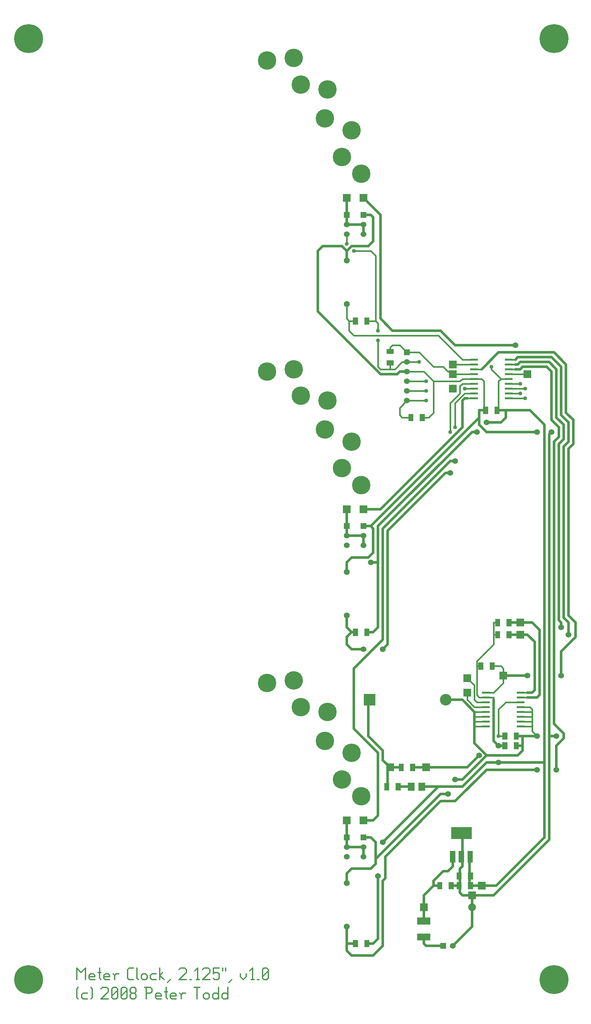
<source format=gbr>
G04 start of page 3 for group 1 idx 3
G04 Title: (unknown), component *
G04 Creator: pcb-bin 20060822 *
G04 CreationDate: Mon Jun 16 01:23:04 2008 UTC *
G04 For: pete *
G04 Format: Gerber/RS-274X *
G04 PCB-Dimensions: 645000 1075000 *
G04 PCB-Coordinate-Origin: lower left *
%MOIN*%
%FSLAX24Y24*%
%LNGROUP1*%
%ADD11C,0.0250*%
%ADD12C,0.0150*%
%ADD13C,0.0120*%
%ADD14R,0.0800X0.0800*%
%ADD15C,0.0600*%
%ADD16R,0.0600X0.0600*%
%ADD17C,0.1200*%
%ADD18R,0.1200X0.1200*%
%ADD19C,0.0620*%
%ADD20C,0.0800*%
%ADD21C,0.0400*%
%ADD22C,0.1915*%
%ADD23C,0.3000*%
%ADD24R,0.0512X0.0512*%
%ADD25R,0.0200X0.0200*%
%ADD26R,0.0560X0.0560*%
%ADD27R,0.1220X0.1220*%
%ADD28R,0.0709X0.0709*%
%ADD29R,0.0690X0.0690*%
%ADD30C,0.0420*%
%ADD31C,0.0300*%
%ADD32C,0.0350*%
%ADD33C,0.0200*%
%ADD34C,0.1875*%
%ADD35C,0.2188*%
G54D11*X53750Y29250D02*X54500D01*
G54D12*X53250Y34250D02*Y34000D01*
X53659Y40868D02*X53541Y40750D01*
X53250Y39749D02*Y42000D01*
X53541Y40750D02*X53250D01*
G54D11*Y29750D02*Y34000D01*
G54D12*X52750Y34250D02*X53250D01*
X52150D02*X51750D01*
X51500Y34499D01*
X51909Y37618D02*X51791Y37500D01*
X51500Y34499D02*Y38000D01*
X53250Y39749D01*
X51791Y37500D02*X51500D01*
G54D11*X58500Y27500D02*X52500D01*
X53500Y14750D02*X58500Y19750D01*
X50750Y14750D02*Y17750D01*
Y14750D02*X53500D01*
X53750Y29250D02*X53250Y29750D01*
X52500Y27500D02*X50000Y25000D01*
X45750D01*
X47500D02*X41750Y19250D01*
X40750Y8750D02*X41250Y9250D01*
X40208Y8750D02*X40750D01*
X41250Y9250D02*Y15750D01*
X40090Y8868D02*X40208Y8750D01*
X58500Y62500D02*X57000Y64000D01*
X54500Y63250D02*Y64000D01*
X54000Y62750D02*X54500Y63250D01*
X57000Y64000D02*X53500D01*
X58500Y19750D02*Y62500D01*
G54D12*X53250Y42000D02*X53750D01*
Y64277D02*Y67000D01*
X54000Y67250D02*X54750D01*
X53750Y67000D02*X54000Y67250D01*
X53000Y68500D02*Y68250D01*
X54000Y67250D01*
X43750Y69000D02*X45500D01*
X43000Y68250D02*X43750Y69000D01*
X41250Y68500D02*Y71250D01*
Y72250D02*Y73000D01*
X42500Y68500D02*Y68250D01*
Y68791D02*Y68500D01*
X42381Y68909D02*X42500Y68791D01*
X43000Y68250D02*X41500D01*
X41250Y68500D01*
X53590Y64118D02*X53750Y64277D01*
G54D11*X51000Y61750D02*X51500D01*
X52500Y62750D02*X54000D01*
X41250Y52000D02*X51000Y61750D01*
G54D12*X41250Y73000D02*X41000Y73250D01*
X40000D01*
G54D11*X41250Y41500D02*Y52000D01*
G54D12*X41000Y73250D02*Y80000D01*
X40500Y80500D01*
G54D11*X41250Y48250D02*X40500D01*
X40208Y41000D02*X40750D01*
X41250Y41500D01*
X40090Y41118D02*X40208Y41000D01*
G54D12*X40500Y80500D02*X38750D01*
X38000Y81250D02*Y82250D01*
G54D11*X59000Y19500D02*Y61500D01*
X59250Y61750D01*
X59000Y30250D02*X59750D01*
G54D12*X56350Y31250D02*X57250D01*
X56350Y31750D02*X57250D01*
Y33000D02*X57000Y33250D01*
X56350Y32250D02*X57250D01*
X56350Y32750D02*X57250D01*
Y30750D02*Y33000D01*
X57000Y33250D02*X56250D01*
X57750Y30250D02*X57250Y30750D01*
G54D11*X56250Y30250D02*Y28750D01*
X55750Y28250D01*
X55708Y29250D02*X56250D01*
X55708Y30250D02*X57750D01*
X55750Y28250D02*X52500D01*
X53250Y13750D02*X59000Y19500D01*
X53250Y13750D02*X50000D01*
G54D12*X52150Y31250D02*X51250D01*
X52150Y31750D02*X51250D01*
G54D11*Y29500D02*Y32750D01*
X52500Y28250D02*X51250Y29500D01*
G54D12*X52150Y32250D02*X51250D01*
X52750Y32750D02*X51250D01*
G54D11*X50000Y34000D02*X51250Y32750D01*
G54D12*X50000Y34000D02*X48250D01*
G54D11*X48261D02*X50000D01*
X52500Y28250D02*X50000Y25750D01*
X49500D01*
X47750Y24250D02*X48500D01*
X51000Y10500D02*Y13750D01*
X49000Y8500D02*X51000Y10500D01*
X49750Y14000D02*Y16500D01*
X50000Y13750D02*X49750Y14000D01*
Y16500D02*X50000Y16750D01*
Y19750D01*
X48958Y14750D02*X49500D01*
X48840Y14868D02*X48958Y14750D01*
X40090Y8868D02*X40208Y8750D01*
X41000Y19250D02*Y17000D01*
X40500Y19750D02*X41000Y19250D01*
X47750Y24250D02*X41000Y17500D01*
X39750Y19750D02*X40500D01*
Y16500D02*X38500D01*
X38000Y16000D02*Y15000D01*
X40500Y16500D02*X41000Y17000D01*
X38500Y16500D02*X38000Y16000D01*
X57750Y61750D02*X52500D01*
G54D12*X52409Y64118D02*X52250Y64277D01*
G54D11*X51750Y62500D02*Y64000D01*
G54D12*X52250Y64277D02*Y67000D01*
G54D11*X51750Y64000D02*X52250D01*
G54D12*Y67000D02*X52000Y67250D01*
X51250D01*
X50900D02*X50000D01*
X49750Y67000D01*
X47000D01*
G54D11*X40750Y51750D02*Y49250D01*
X40500Y52000D02*X40750Y51750D01*
Y49250D02*X40250Y48750D01*
X39750Y52000D02*X40500D01*
X40250Y48750D02*X38500D01*
X38000Y48250D02*Y47250D01*
X38500Y48750D02*X38000Y48250D01*
G54D12*X47000Y63750D02*Y67000D01*
X46500Y63250D02*X47000Y63750D01*
Y67000D02*X46000Y68000D01*
X44250D01*
G54D11*X43500D01*
X52500Y61750D02*X51750Y62500D01*
G54D12*X45958Y63250D02*X46500D01*
G54D11*X40500Y52000D02*X51750Y63250D01*
X40750Y84000D02*Y81500D01*
X40500Y84250D02*X40750Y84000D01*
Y81500D02*X40250Y81000D01*
X39750Y84250D02*X40500D01*
X40250Y81000D02*X38500D01*
X38000Y80500D01*
Y79500D01*
X37500Y81000D02*X38000Y80500D01*
X35000Y74250D02*Y80500D01*
X35500Y81000D02*X37500D01*
X35000Y80500D02*X35500Y81000D01*
X43500Y68000D02*X43250Y67750D01*
X41500D01*
X35000Y74250D01*
G54D12*X54409Y30368D02*X54291Y30250D01*
X53750D01*
G54D11*X52500Y26750D02*X57750D01*
G54D12*X51250Y35500D02*X50500Y36250D01*
G54D11*Y27000D02*X51750Y28250D01*
X49250Y23500D02*X52500Y26750D01*
X47750Y23500D02*X49250D01*
X43458Y25000D02*X44750D01*
X43340Y25118D02*X43458Y25000D01*
X44840Y27118D02*X44958Y27000D01*
X50500D01*
X42500D02*X43750D01*
X42500D02*X42250Y26750D01*
Y25000D01*
X42000Y15500D02*Y17750D01*
X41250Y22000D02*Y28500D01*
X42500Y27000D02*X41750Y27750D01*
Y28750D01*
X40250Y30250D02*Y34000D01*
X41750Y28750D02*X40250Y30250D01*
X41250Y28500D02*X38750Y31000D01*
X56750Y34250D02*X57750D01*
X56750Y34750D02*X57250D01*
G54D12*X56350Y34250D02*X56750D01*
G54D11*X57250Y34750D02*X57500Y35000D01*
G54D12*X56350Y34750D02*X56750D01*
X53750Y30250D02*Y33000D01*
X55750Y33750D02*X54500D01*
X53750Y33000D01*
X51250Y34000D02*Y35500D01*
X53250Y34750D02*X54250Y35750D01*
X52750Y34750D02*X53250D01*
X52150Y33750D02*X51500D01*
X51250Y34000D01*
X52150Y33250D02*X51250D01*
X50500Y34000D02*Y34750D01*
X51250Y33250D02*X50500Y34000D01*
G54D11*X47000Y14750D02*Y15250D01*
X46000Y11411D02*Y13750D01*
X47000Y14750D02*X47500D01*
X46000Y13750D02*X47000Y14750D01*
X48000Y8500D02*X46250D01*
X46000Y8750D02*Y9250D01*
X46250Y8500D02*X46000Y8750D01*
X45665Y11076D02*X46000Y11411D01*
X41750Y8500D02*Y15250D01*
X40750Y7500D02*X41750Y8500D01*
X38500Y7500D02*X40750D01*
X38000Y10500D02*Y8000D01*
X38500Y7500D01*
X39000Y8750D02*X38000D01*
X49000Y16750D02*Y17500D01*
X48500Y16250D02*X49000Y16750D01*
X47000Y15250D02*X48000Y16250D01*
X42000Y17750D02*X47750Y23500D01*
X41750Y15250D02*X42000Y15500D01*
X48000Y16250D02*X48500D01*
X39750Y17750D02*Y18750D01*
Y21500D02*X40750D01*
X38000Y18750D02*Y21500D01*
X40750D02*X41250Y22000D01*
X39750Y18750D02*X38000D01*
X61000Y62750D02*Y60750D01*
X61500Y60500D02*Y63000D01*
X60500Y62500D02*Y61000D01*
X61500Y63000D02*X60750Y63750D01*
X61000Y60750D02*X60500Y60250D01*
X59750Y68250D02*Y63250D01*
X60250Y63500D02*X61000Y62750D01*
X59750Y63250D02*X60500Y62500D01*
X59500Y60750D02*X60000Y61250D01*
X60750Y63750D02*Y68750D01*
X60250Y68500D02*Y63500D01*
X60750Y68750D02*X59500Y70000D01*
X60000Y61250D02*Y62250D01*
X59250Y63000D02*Y68000D01*
X60000Y62250D02*X59250Y63000D01*
X59000Y69000D02*X59750Y68250D01*
X59250Y68000D02*X58750Y68500D01*
G54D12*X56000Y69000D02*X56250D01*
G54D11*Y68500D02*X56000Y68250D01*
G54D12*X55750Y69500D02*X56250D01*
G54D11*X55750Y68750D02*X55500D01*
X56000Y68250D02*X55500D01*
X55750Y69500D02*X55500Y69250D01*
G54D12*X55100D02*X55500D01*
X55100Y68750D02*X55750D01*
X55100Y68250D02*X55750D01*
X55100Y65750D02*X56000D01*
X55100Y65250D02*X56500D01*
X55100Y66750D02*X56000D01*
X55100Y66250D02*X56500D01*
G54D11*X58750Y68500D02*X56250D01*
X59250Y69500D02*X60250Y68500D01*
X59000Y69000D02*X56000D01*
X59250Y69500D02*X55750D01*
X59500Y70000D02*X53750D01*
X55750Y68750D02*X56000Y69000D01*
X53750Y70000D02*X52000Y68250D01*
G54D12*X51500D02*X52000D01*
G54D11*X55500Y70750D02*X49250D01*
G54D12*X54500Y67750D02*X56750D01*
X49000D02*X51000D01*
X50900Y66250D02*X50250D01*
X50900Y66750D02*X50000D01*
X49750Y66500D02*Y65750D01*
X50000Y66750D02*X49750Y66500D01*
G54D11*X50000Y62250D02*Y65000D01*
G54D12*X49250Y64750D02*Y62250D01*
X48750Y64750D02*Y61750D01*
X50500Y65250D02*X51000D01*
X50900Y65750D02*X50250D01*
G54D11*Y65250D02*X50500D01*
X50000Y65000D02*X50250Y65250D01*
G54D12*Y65750D02*X49250Y64750D01*
X49750Y65750D02*X48750Y64750D01*
X50900Y69250D02*X50000D01*
X49000Y68750D02*X51250D01*
X49000Y67750D02*X48750Y68000D01*
X48500D01*
X48000Y68500D01*
X50000Y69250D02*X47500Y71750D01*
X48000Y68500D02*X47000D01*
X46250Y67000D02*X44250D01*
Y66000D02*X46250D01*
X47000Y68500D02*X45500Y70000D01*
X44250D01*
G54D11*X49250Y70750D02*X47750Y72250D01*
G54D12*X43500Y64250D02*Y63500D01*
X43750Y63250D02*X44750D01*
X43500Y63500D02*X43750Y63250D01*
X46250Y65000D02*X44250D01*
X43500Y64250D01*
X42381Y68909D02*X42500Y68791D01*
G54D11*X41500Y84250D02*Y73500D01*
G54D12*X44250Y70000D02*X43500Y70750D01*
X42750D01*
X42500Y70500D02*Y70000D01*
X42750Y70750D02*X42500Y70500D01*
G54D11*X47750Y72250D02*X42750D01*
G54D12*X47500Y71750D02*X38750D01*
G54D11*X38909Y73368D02*X38791Y73250D01*
G54D12*X38250Y72250D02*Y73250D01*
X38750Y71750D02*X38250Y72250D01*
Y73250D02*X38791D01*
X38000Y73500D02*Y75000D01*
G54D11*X41500Y73500D02*X42750Y72250D01*
G54D12*X38250Y73250D02*X38000Y73500D01*
G54D11*X39750Y82250D02*Y83250D01*
X38000D02*Y86000D01*
X39750D02*X41500Y84250D01*
X39750Y83250D02*X38000D01*
X60250Y37500D02*Y39000D01*
X61750Y40500D01*
X61000Y40750D02*Y42000D01*
X60500Y42500D01*
X61750Y40500D02*Y42000D01*
X61000Y42750D01*
X60250Y42000D02*Y41500D01*
X60000Y42250D02*X60250Y42000D01*
X61000Y42750D02*Y60000D01*
X61500Y60500D01*
X60500Y60250D02*Y42500D01*
X60250Y36500D02*Y37000D01*
Y37500D01*
X60500Y61000D02*X60000Y60500D01*
Y42250D01*
X59500Y31500D02*Y60750D01*
X60500Y30000D02*Y30500D01*
X59750Y26750D02*Y27500D01*
Y28000D01*
Y29250D01*
X60500Y30000D01*
Y30500D02*X59500Y31500D01*
X57750Y34250D02*X58000Y34500D01*
Y41250D02*X57250Y42000D01*
X57500Y40000D02*X56750Y40750D01*
X54750D01*
X57250Y42000D02*X54750D01*
X58000Y34500D02*Y41250D01*
X57500Y35000D02*Y40000D01*
G54D12*X54250Y35750D02*Y37250D01*
G54D11*Y36500D02*X56750D01*
G54D12*X54250Y37250D02*X54000Y37500D01*
X53000D01*
G54D11*X38750Y31000D02*Y37250D01*
X41750Y40250D01*
Y51750D01*
X42250Y39750D02*Y51500D01*
X41750Y39250D02*X42250Y39750D01*
X38500Y39250D02*X39750D01*
X38000Y40500D02*Y39750D01*
X38500Y39250D01*
X38909Y41118D02*X38791Y41000D01*
X38500D01*
X38000Y41500D02*Y42750D01*
X38500Y41000D02*X38000Y40500D01*
X38500Y41000D02*X38000Y41500D01*
X42250Y51500D02*X48250Y57500D01*
X48750D01*
Y58750D02*X49250D01*
X41750Y51750D02*X48750Y58750D01*
X39750Y53750D02*X41500D01*
X50000Y62250D01*
X39750Y50000D02*Y51000D01*
X38000D02*Y54000D01*
X39750Y51000D02*X38000D01*
G54D13*X10000Y3150D02*X10150Y3000D01*
X10000Y4050D02*X10150Y4200D01*
X10000Y4050D02*Y3150D01*
X10660Y3600D02*X11110D01*
X10510Y3450D02*X10660Y3600D01*
X10510Y3450D02*Y3150D01*
X10660Y3000D01*
X11110D01*
X11470Y4200D02*X11620Y4050D01*
Y3150D01*
X11470Y3000D02*X11620Y3150D01*
X12520Y4050D02*X12670Y4200D01*
X13120D01*
X13270Y4050D01*
Y3750D01*
X12520Y3000D02*X13270Y3750D01*
X12520Y3000D02*X13270D01*
X13631Y3150D02*X13781Y3000D01*
X13631Y4050D02*Y3150D01*
Y4050D02*X13781Y4200D01*
X14081D01*
X14231Y4050D01*
Y3150D01*
X14081Y3000D02*X14231Y3150D01*
X13781Y3000D02*X14081D01*
X13631Y3300D02*X14231Y3900D01*
X14591Y3150D02*X14741Y3000D01*
X14591Y4050D02*Y3150D01*
Y4050D02*X14741Y4200D01*
X15041D01*
X15191Y4050D01*
Y3150D01*
X15041Y3000D02*X15191Y3150D01*
X14741Y3000D02*X15041D01*
X14591Y3300D02*X15191Y3900D01*
X15551Y3150D02*X15701Y3000D01*
X15551Y3450D02*Y3150D01*
Y3450D02*X15701Y3600D01*
X16001D01*
X16151Y3450D01*
Y3150D01*
X16001Y3000D02*X16151Y3150D01*
X15701Y3000D02*X16001D01*
X15551Y3750D02*X15701Y3600D01*
X15551Y4050D02*Y3750D01*
Y4050D02*X15701Y4200D01*
X16001D01*
X16151Y4050D01*
Y3750D01*
X16001Y3600D02*X16151Y3750D01*
X17202Y4200D02*Y3000D01*
X17052Y4200D02*X17652D01*
X17802Y4050D01*
Y3750D01*
X17652Y3600D02*X17802Y3750D01*
X17202Y3600D02*X17652D01*
X18312Y3000D02*X18762D01*
X18162Y3150D02*X18312Y3000D01*
X18162Y3450D02*Y3150D01*
Y3450D02*X18312Y3600D01*
X18612D01*
X18762Y3450D01*
X18162Y3300D02*X18762D01*
Y3450D02*Y3300D01*
X19272Y4200D02*Y3150D01*
X19422Y3000D01*
X19122Y3750D02*X19422D01*
X19873Y3000D02*X20323D01*
X19723Y3150D02*X19873Y3000D01*
X19723Y3450D02*Y3150D01*
Y3450D02*X19873Y3600D01*
X20173D01*
X20323Y3450D01*
X19723Y3300D02*X20323D01*
Y3450D02*Y3300D01*
X20833Y3450D02*Y3000D01*
Y3450D02*X20983Y3600D01*
X21283D01*
X20683D02*X20833Y3450D01*
X22183Y4200D02*X22783D01*
X22483D02*Y3000D01*
X23143Y3450D02*Y3150D01*
Y3450D02*X23293Y3600D01*
X23593D01*
X23743Y3450D01*
Y3150D01*
X23593Y3000D02*X23743Y3150D01*
X23293Y3000D02*X23593D01*
X23143Y3150D02*X23293Y3000D01*
X24704Y4200D02*Y3000D01*
X24554D02*X24704Y3150D01*
X24254Y3000D02*X24554D01*
X24104Y3150D02*X24254Y3000D01*
X24104Y3450D02*Y3150D01*
Y3450D02*X24254Y3600D01*
X24554D01*
X24704Y3450D01*
X25664Y4200D02*Y3000D01*
X25514D02*X25664Y3150D01*
X25214Y3000D02*X25514D01*
X25064Y3150D02*X25214Y3000D01*
X25064Y3450D02*Y3150D01*
Y3450D02*X25214Y3600D01*
X25514D01*
X25664Y3450D01*
X10000Y6200D02*Y5000D01*
Y6200D02*X10450Y5750D01*
X10900Y6200D01*
Y5000D01*
X11410D02*X11860D01*
X11260Y5150D02*X11410Y5000D01*
X11260Y5450D02*Y5150D01*
Y5450D02*X11410Y5600D01*
X11710D01*
X11860Y5450D01*
X11260Y5300D02*X11860D01*
Y5450D02*Y5300D01*
X12370Y6200D02*Y5150D01*
X12520Y5000D01*
X12220Y5750D02*X12520D01*
X12970Y5000D02*X13420D01*
X12820Y5150D02*X12970Y5000D01*
X12820Y5450D02*Y5150D01*
Y5450D02*X12970Y5600D01*
X13270D01*
X13420Y5450D01*
X12820Y5300D02*X13420D01*
Y5450D02*Y5300D01*
X13931Y5450D02*Y5000D01*
Y5450D02*X14081Y5600D01*
X14381D01*
X13781D02*X13931Y5450D01*
X15431Y5000D02*X15881D01*
X15281Y5150D02*X15431Y5000D01*
X15281Y6050D02*Y5150D01*
Y6050D02*X15431Y6200D01*
X15881D01*
X16241D02*Y5150D01*
X16391Y5000D01*
X16692Y5450D02*Y5150D01*
Y5450D02*X16842Y5600D01*
X17142D01*
X17292Y5450D01*
Y5150D01*
X17142Y5000D02*X17292Y5150D01*
X16842Y5000D02*X17142D01*
X16692Y5150D02*X16842Y5000D01*
X17802Y5600D02*X18252D01*
X17652Y5450D02*X17802Y5600D01*
X17652Y5450D02*Y5150D01*
X17802Y5000D01*
X18252D01*
X18612Y6200D02*Y5000D01*
Y5450D02*X19062Y5000D01*
X18612Y5450D02*X18912Y5750D01*
X19423Y4700D02*X19723Y5000D01*
X20623Y6050D02*X20773Y6200D01*
X21223D01*
X21373Y6050D01*
Y5750D01*
X20623Y5000D02*X21373Y5750D01*
X20623Y5000D02*X21373D01*
X21733D02*X21883D01*
X22393D02*X22693D01*
X22543Y6200D02*Y5000D01*
X22243Y5900D02*X22543Y6200D01*
X23054Y6050D02*X23204Y6200D01*
X23654D01*
X23804Y6050D01*
Y5750D01*
X23054Y5000D02*X23804Y5750D01*
X23054Y5000D02*X23804D01*
X24164Y6200D02*X24764D01*
X24164D02*Y5600D01*
X24314Y5750D01*
X24614D01*
X24764Y5600D01*
Y5150D01*
X24614Y5000D02*X24764Y5150D01*
X24314Y5000D02*X24614D01*
X24164Y5150D02*X24314Y5000D01*
X25124Y6200D02*Y5900D01*
X25424Y6200D02*Y5900D01*
X25785Y4700D02*X26085Y5000D01*
X26985Y5600D02*Y5300D01*
X27285Y5000D01*
X27585Y5300D01*
Y5600D02*Y5300D01*
X28095Y5000D02*X28395D01*
X28245Y6200D02*Y5000D01*
X27945Y5900D02*X28245Y6200D01*
X28756Y5000D02*X28906D01*
X29266Y5150D02*X29416Y5000D01*
X29266Y6050D02*Y5150D01*
Y6050D02*X29416Y6200D01*
X29716D01*
X29866Y6050D01*
Y5150D01*
X29716Y5000D02*X29866Y5150D01*
X29416Y5000D02*X29716D01*
X29266Y5300D02*X29866Y5900D01*
G54D14*X49000Y66250D03*
Y67750D03*
Y68750D03*
G54D15*X44250Y65000D03*
Y66000D03*
G54D14*X56750Y67750D03*
G54D15*X44250Y67000D03*
Y68000D03*
Y69000D03*
G54D16*Y70000D03*
G54D14*X56000Y42000D03*
X54250Y36500D03*
X46250Y27000D03*
X42500D03*
X56000Y40750D03*
X50500Y36250D03*
G54D17*X48261Y34000D03*
G54D14*X50500Y34750D03*
G54D18*X40387Y34000D03*
G54D19*X38000Y42750D03*
Y47250D03*
G54D15*Y50000D03*
X39750Y51000D03*
Y50000D03*
X38000Y51000D03*
G54D16*X39750Y52000D03*
G54D14*Y53750D03*
G54D16*X38000Y52000D03*
G54D14*Y53750D03*
G54D19*Y75000D03*
Y79500D03*
G54D15*X39750Y82250D03*
X38000D03*
X39750Y83250D03*
X38000D03*
G54D16*X39750Y84250D03*
X38000D03*
G54D14*X39750Y86000D03*
X38000D03*
G54D15*X49000Y8500D03*
G54D16*X48000D03*
G54D15*X39750Y17750D03*
Y18750D03*
G54D19*X38000Y10500D03*
G54D20*X51000Y12500D03*
G54D14*Y13750D03*
X46000Y12500D03*
X52000Y14750D03*
G54D19*X38000Y15000D03*
G54D16*X39750Y19750D03*
G54D14*Y21500D03*
G54D15*X38000Y18750D03*
G54D16*Y19750D03*
G54D15*Y17750D03*
G54D14*Y21500D03*
G54D15*X57750Y61750D03*
G54D21*X56500Y65250D03*
X56000Y65750D03*
G54D15*X59250Y61750D03*
G54D21*X56000Y66750D03*
X56500Y66250D03*
G54D15*X55500Y70750D03*
X52500Y62750D03*
X51500Y61750D03*
G54D21*X49250Y62250D03*
X48750Y61750D03*
G54D15*X49250Y58750D03*
X48750Y57500D03*
G54D21*X53000Y68500D03*
X46250Y65000D03*
Y66000D03*
Y67000D03*
X50250Y66250D03*
X45500Y69000D03*
G54D15*X59750Y30250D03*
X57750Y26750D03*
X59750D03*
X57750Y30250D03*
X60250Y41500D03*
Y36500D03*
X56750D03*
X53750Y27500D03*
Y29250D03*
G54D21*Y30250D03*
G54D15*X51750Y28250D03*
X61000Y40750D03*
X41750Y39250D03*
X39750D03*
X41750Y19250D03*
X41250Y15750D03*
G54D22*X39500Y24000D03*
G54D15*X49250Y25750D03*
X48500Y24250D03*
G54D22*X37500Y25750D03*
X38500Y28500D03*
X36000Y32750D03*
X35750Y29750D03*
G54D15*X40500Y48250D03*
G54D22*X33250Y33250D03*
X32500Y36000D03*
X29750Y35750D03*
G54D23*X59500Y102500D03*
G54D22*X39500Y88500D03*
X38500Y93000D03*
G54D21*X38000Y81250D03*
G54D22*X37500Y90250D03*
X36000Y97250D03*
X33250Y97750D03*
X35750Y94250D03*
X32500Y100500D03*
X29750Y100250D03*
X39500Y56250D03*
X38500Y60750D03*
X37500Y58000D03*
G54D21*X41250Y71250D03*
G54D22*X35750Y62000D03*
G54D21*X41250Y72250D03*
X38750Y80500D03*
G54D22*X36000Y65000D03*
X33250Y65500D03*
X32500Y68250D03*
X29750Y68000D03*
G54D23*X5000Y102500D03*
X59500Y5000D03*
X5000D03*
G54D24*X40090Y41118D02*Y40881D01*
X38909Y41118D02*Y40881D01*
G54D25*X54500Y66750D02*X55100D01*
X54500Y67250D02*X55100D01*
X54500Y67750D02*X55100D01*
X54500Y68250D02*X55100D01*
X54500Y68750D02*X55100D01*
X54500Y69250D02*X55100D01*
X50900Y68750D02*X51500D01*
X50900Y68250D02*X51500D01*
X50900Y67750D02*X51500D01*
X50900Y67250D02*X51500D01*
X50900Y69250D02*X51500D01*
G54D24*X52409Y64118D02*Y63881D01*
X53590Y64118D02*Y63881D01*
G54D25*X50900Y66750D02*X51500D01*
X54500Y65250D02*X55100D01*
X50900D02*X51500D01*
X54500Y65750D02*X55100D01*
X50900D02*X51500D01*
X54500Y66250D02*X55100D01*
X50900D02*X51500D01*
G54D24*X45840Y63368D02*Y63131D01*
X44659Y63368D02*Y63131D01*
X42381Y70090D02*X42618D01*
X40090Y73368D02*Y73131D01*
X42381Y68909D02*X42618D01*
X38909Y73368D02*Y73131D01*
G54D25*X55750Y31250D02*X56350D01*
X55750Y31750D02*X56350D01*
X55750Y32250D02*X56350D01*
X55750Y32750D02*X56350D01*
X55750Y33250D02*X56350D01*
X55750Y33750D02*X56350D01*
X55750Y34250D02*X56350D01*
X55750Y34750D02*X56350D01*
G54D24*X55590Y29368D02*Y29131D01*
Y30368D02*Y30131D01*
X54409Y29368D02*Y29131D01*
Y30368D02*Y30131D01*
G54D25*X52150Y32250D02*X52750D01*
X52150Y31750D02*X52750D01*
X52150Y32750D02*X52750D01*
X52150Y31250D02*X52750D01*
X52150Y33250D02*X52750D01*
G54D24*X50840Y14868D02*Y14631D01*
Y15868D02*Y15631D01*
G54D26*X50810Y18080D02*Y17420D01*
X49900Y18080D02*Y17420D01*
G54D24*X49659Y14868D02*Y14631D01*
Y15868D02*Y15631D01*
G54D27*X49450Y20190D02*X50350D01*
G54D26*X49000Y18080D02*Y17420D01*
G54D24*X48840Y14868D02*Y14631D01*
X47659Y14868D02*Y14631D01*
G54D28*X45665Y9423D02*X46334D01*
X45665Y11076D02*X46334D01*
G54D25*X52150Y33750D02*X52750D01*
X52150Y34250D02*X52750D01*
G54D24*X54840Y40868D02*Y40631D01*
X53659Y40868D02*Y40631D01*
X54840Y42118D02*Y41881D01*
X53659Y42118D02*Y41881D01*
X53090Y37618D02*Y37381D01*
G54D25*X52150Y34750D02*X52750D01*
G54D24*X51909Y37618D02*Y37381D01*
X44840Y27118D02*Y26881D01*
X43659Y27118D02*Y26881D01*
G54D29*X44700Y25060D02*Y24940D01*
G54D24*X43340Y25118D02*Y24881D01*
G54D29*X45800Y25060D02*Y24940D01*
G54D24*X42159Y25118D02*Y24881D01*
X40090Y8868D02*Y8631D01*
X38909Y8868D02*Y8631D01*
G54D30*%LNGROUP1_C1*%
%LPC*%
G54D31*G54D30*G54D31*G54D30*G54D19*G54D30*G54D19*G54D30*G54D31*G54D30*G54D31*G54D30*G54D31*G54D30*G54D31*G54D30*G54D31*G54D30*G54D31*G54D30*G54D32*G54D33*G54D32*G54D33*G54D32*G54D33*G54D32*G54D33*G54D32*G54D33*G54D32*G54D34*G54D32*G54D34*G54D32*G54D34*G54D35*G54D34*G54D33*G54D34*G54D33*G54D34*G54D33*G54D34*G54D35*M02*

</source>
